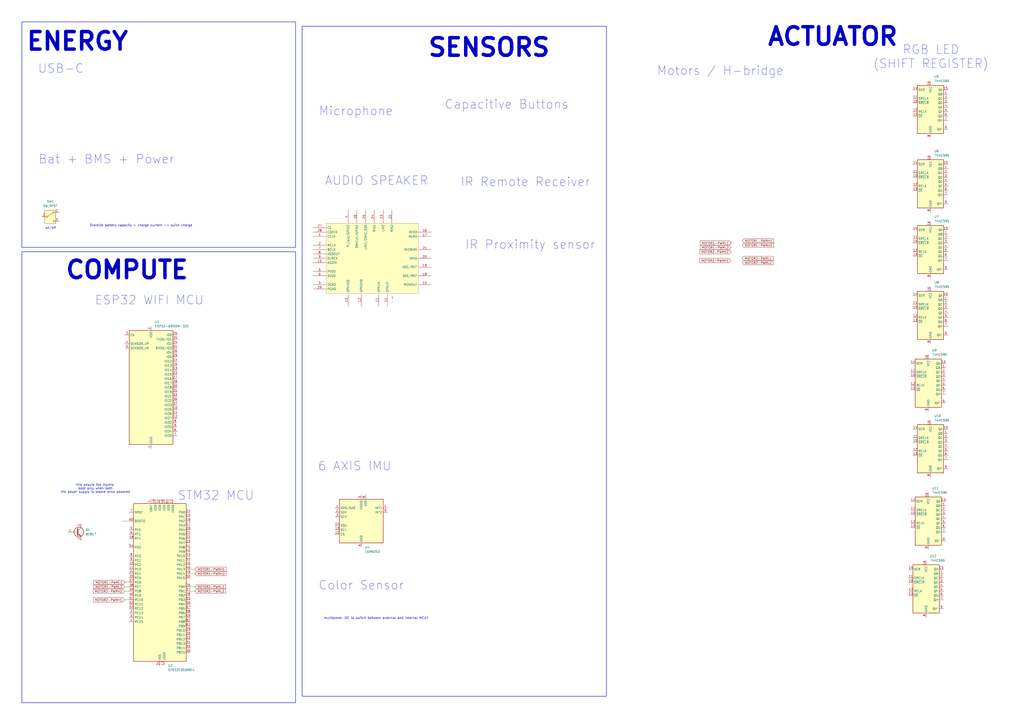
<source format=kicad_sch>
(kicad_sch (version 20250114) (generator "eeschema") (generator_version "9.0")
  (paper "A2")
  (lib_symbols
    (symbol "74xx:74HC595"
      (property "Reference" "U" (at -7.62 13.97 0))
      (property "Value" "74HC595" (at -7.62 -16.51 0))
      (symbol "74HC595_1_0"
        (pin input line (at -10.16 10.16 0) (length 2.54) (name "SER") (number "14"))
        (pin input line (at -10.16 5.08 0) (length 2.54) (name "SRCLK") (number "11"))
        (pin input line (at -10.16 2.54 0) (length 2.54) (name "~{SRCLR}") (number "10"))
        (pin input line (at -10.16 -2.54 0) (length 2.54) (name "RCLK") (number "12"))
        (pin input line (at -10.16 -5.08 0) (length 2.54) (name "~{OE}") (number "13"))
        (pin power_in line (at 0 15.24 270) (length 2.54) (name "VCC") (number "16"))
        (pin power_in line (at 0 -17.78 90) (length 2.54) (name "GND") (number "8"))
        (pin tri_state line (at 10.16 10.16 180) (length 2.54) (name "QA") (number "15"))
        (pin tri_state line (at 10.16 7.62 180) (length 2.54) (name "QB") (number "1"))
        (pin tri_state line (at 10.16 5.08 180) (length 2.54) (name "QC") (number "2"))
        (pin tri_state line (at 10.16 2.54 180) (length 2.54) (name "QD") (number "3"))
        (pin tri_state line (at 10.16 0 180) (length 2.54) (name "QE") (number "4"))
        (pin tri_state line (at 10.16 -2.54 180) (length 2.54) (name "QF") (number "5"))
        (pin tri_state line (at 10.16 -5.08 180) (length 2.54) (name "QG") (number "6"))
        (pin tri_state line (at 10.16 -7.62 180) (length 2.54) (name "QH") (number "7"))
        (pin output line (at 10.16 -12.7 180) (length 2.54) (name "QH'") (number "9"))
      )
      (symbol "74HC595_1_1"
        (rectangle (start -7.62 12.7) (end 7.62 -15.24) (stroke (width 0.254)) (fill (type background)))
      )
    )
    (symbol "MCU_ST_STM32F3:STM32F303RBTx"
      (property "Reference" "U" (at -15.24 46.99 0))
      (property "Value" "STM32F303RBTx" (at 10.16 46.99 0))
      (symbol "STM32F303RBTx_0_1"
        (rectangle (start -15.24 -45.72) (end 15.24 45.72) (stroke (width 0.254)) (fill (type background)))
      )
      (symbol "STM32F303RBTx_1_1"
        (pin input line (at -17.78 40.64 0) (length 2.54) (name "NRST") (number "7"))
        (pin input line (at -17.78 35.56 0) (length 2.54) (name "BOOT0") (number "60"))
        (pin bidirectional line (at -17.78 30.48 0) (length 2.54) (name "PF0") (number "5"))
        (pin bidirectional line (at -17.78 27.94 0) (length 2.54) (name "PF1") (number "6"))
        (pin bidirectional line (at -17.78 25.4 0) (length 2.54) (name "PF4") (number "18"))
        (pin bidirectional line (at -17.78 20.32 0) (length 2.54) (name "PD2") (number "54"))
        (pin bidirectional line (at -17.78 15.24 0) (length 2.54) (name "PC0") (number "8"))
        (pin bidirectional line (at -17.78 12.7 0) (length 2.54) (name "PC1") (number "9"))
        (pin bidirectional line (at -17.78 10.16 0) (length 2.54) (name "PC2") (number "10"))
        (pin bidirectional line (at -17.78 7.62 0) (length 2.54) (name "PC3") (number "11"))
        (pin bidirectional line (at -17.78 5.08 0) (length 2.54) (name "PC4") (number "24"))
        (pin bidirectional line (at -17.78 2.54 0) (length 2.54) (name "PC5") (number "25"))
        (pin bidirectional line (at -17.78 0 0) (length 2.54) (name "PC6") (number "37"))
        (pin bidirectional line (at -17.78 -2.54 0) (length 2.54) (name "PC7") (number "38"))
        (pin bidirectional line (at -17.78 -5.08 0) (length 2.54) (name "PC8") (number "39"))
        (pin bidirectional line (at -17.78 -7.62 0) (length 2.54) (name "PC9") (number "40"))
        (pin bidirectional line (at -17.78 -10.16 0) (length 2.54) (name "PC10") (number "51"))
        (pin bidirectional line (at -17.78 -12.7 0) (length 2.54) (name "PC11") (number "52"))
        (pin bidirectional line (at -17.78 -15.24 0) (length 2.54) (name "PC12") (number "53"))
        (pin bidirectional line (at -17.78 -17.78 0) (length 2.54) (name "PC13") (number "2"))
        (pin bidirectional line (at -17.78 -20.32 0) (length 2.54) (name "PC14") (number "3"))
        (pin bidirectional line (at -17.78 -22.86 0) (length 2.54) (name "PC15") (number "4"))
        (pin power_in line (at -5.08 48.26 270) (length 2.54) (name "VBAT") (number "1"))
        (pin power_in line (at -2.54 48.26 270) (length 2.54) (name "VDD") (number "19"))
        (pin power_in line (at 0 48.26 270) (length 2.54) (name "VDD") (number "32"))
        (pin power_in line (at 0 -48.26 90) (length 2.54) (name "VSS") (number "31"))
        (pin passive line (at 0 -48.26 90) (length 2.54) (hide yes) (name "VSS") (number "47"))
        (pin passive line (at 0 -48.26 90) (length 2.54) (hide yes) (name "VSS") (number "63"))
        (pin power_in line (at 2.54 48.26 270) (length 2.54) (name "VDD") (number "48"))
        (pin power_in line (at 2.54 -48.26 90) (length 2.54) (name "VSSA") (number "12"))
        (pin power_in line (at 5.08 48.26 270) (length 2.54) (name "VDD") (number "64"))
        (pin power_in line (at 7.62 48.26 270) (length 2.54) (name "VDDA") (number "13"))
        (pin bidirectional line (at 17.78 40.64 180) (length 2.54) (name "PA0") (number "14"))
        (pin bidirectional line (at 17.78 38.1 180) (length 2.54) (name "PA1") (number "15"))
        (pin bidirectional line (at 17.78 35.56 180) (length 2.54) (name "PA2") (number "16"))
        (pin bidirectional line (at 17.78 33.02 180) (length 2.54) (name "PA3") (number "17"))
        (pin bidirectional line (at 17.78 30.48 180) (length 2.54) (name "PA4") (number "20"))
        (pin bidirectional line (at 17.78 27.94 180) (length 2.54) (name "PA5") (number "21"))
        (pin bidirectional line (at 17.78 25.4 180) (length 2.54) (name "PA6") (number "22"))
        (pin bidirectional line (at 17.78 22.86 180) (length 2.54) (name "PA7") (number "23"))
        (pin bidirectional line (at 17.78 20.32 180) (length 2.54) (name "PA8") (number "41"))
        (pin bidirectional line (at 17.78 17.78 180) (length 2.54) (name "PA9") (number "42"))
        (pin bidirectional line (at 17.78 15.24 180) (length 2.54) (name "PA10") (number "43"))
        (pin bidirectional line (at 17.78 12.7 180) (length 2.54) (name "PA11") (number "44"))
        (pin bidirectional line (at 17.78 10.16 180) (length 2.54) (name "PA12") (number "45"))
        (pin bidirectional line (at 17.78 7.62 180) (length 2.54) (name "PA13") (number "46"))
        (pin bidirectional line (at 17.78 5.08 180) (length 2.54) (name "PA14") (number "49"))
        (pin bidirectional line (at 17.78 2.54 180) (length 2.54) (name "PA15") (number "50"))
        (pin bidirectional line (at 17.78 -2.54 180) (length 2.54) (name "PB0") (number "26"))
        (pin bidirectional line (at 17.78 -5.08 180) (length 2.54) (name "PB1") (number "27"))
        (pin bidirectional line (at 17.78 -7.62 180) (length 2.54) (name "PB2") (number "28"))
        (pin bidirectional line (at 17.78 -10.16 180) (length 2.54) (name "PB3") (number "55"))
        (pin bidirectional line (at 17.78 -12.7 180) (length 2.54) (name "PB4") (number "56"))
        (pin bidirectional line (at 17.78 -15.24 180) (length 2.54) (name "PB5") (number "57"))
        (pin bidirectional line (at 17.78 -17.78 180) (length 2.54) (name "PB6") (number "58"))
        (pin bidirectional line (at 17.78 -20.32 180) (length 2.54) (name "PB7") (number "59"))
        (pin bidirectional line (at 17.78 -22.86 180) (length 2.54) (name "PB8") (number "61"))
        (pin bidirectional line (at 17.78 -25.4 180) (length 2.54) (name "PB9") (number "62"))
        (pin bidirectional line (at 17.78 -27.94 180) (length 2.54) (name "PB10") (number "29"))
        (pin bidirectional line (at 17.78 -30.48 180) (length 2.54) (name "PB11") (number "30"))
        (pin bidirectional line (at 17.78 -33.02 180) (length 2.54) (name "PB12") (number "33"))
        (pin bidirectional line (at 17.78 -35.56 180) (length 2.54) (name "PB13") (number "34"))
        (pin bidirectional line (at 17.78 -38.1 180) (length 2.54) (name "PB14") (number "35"))
        (pin bidirectional line (at 17.78 -40.64 180) (length 2.54) (name "PB15") (number "36"))
      )
    )
    (symbol "RF_Module:ESP32-WROOM-32E"
      (property "Reference" "U" (at -12.7 34.29 0))
      (property "Value" "ESP32-WROOM-32E" (at 1.27 34.29 0))
      (symbol "ESP32-WROOM-32E_0_1"
        (rectangle (start -12.7 33.02) (end 12.7 -33.02) (stroke (width 0.254)) (fill (type background)))
      )
      (symbol "ESP32-WROOM-32E_1_1"
        (pin input line (at -15.24 30.48 0) (length 2.54) (name "EN") (number "3"))
        (pin input line (at -15.24 25.4 0) (length 2.54) (name "SENSOR_VP") (number "4"))
        (pin input line (at -15.24 22.86 0) (length 2.54) (name "SENSOR_VN") (number "5"))
        (pin no_connect line (at -12.7 0 0) (length 2.54) (hide yes) (name "NC") (number "21"))
        (pin no_connect line (at -12.7 -2.54 0) (length 2.54) (hide yes) (name "NC") (number "22"))
        (pin no_connect line (at -12.7 -5.08 0) (length 2.54) (hide yes) (name "NC") (number "17"))
        (pin no_connect line (at -12.7 -7.62 0) (length 2.54) (hide yes) (name "NC") (number "18"))
        (pin no_connect line (at -12.7 -10.16 0) (length 2.54) (hide yes) (name "NC") (number "20"))
        (pin no_connect line (at -12.7 -12.7 0) (length 2.54) (hide yes) (name "NC") (number "19"))
        (pin no_connect line (at -12.7 -27.94 0) (length 2.54) (hide yes) (name "NC") (number "32"))
        (pin power_in line (at 0 35.56 270) (length 2.54) (name "VDD") (number "2"))
        (pin power_in line (at 0 -35.56 90) (length 2.54) (name "GND") (number "1"))
        (pin passive line (at 0 -35.56 90) (length 2.54) (hide yes) (name "GND") (number "15"))
        (pin passive line (at 0 -35.56 90) (length 2.54) (hide yes) (name "GND") (number "38"))
        (pin passive line (at 0 -35.56 90) (length 2.54) (hide yes) (name "GND") (number "39"))
        (pin bidirectional line (at 15.24 30.48 180) (length 2.54) (name "IO0") (number "25"))
        (pin bidirectional line (at 15.24 27.94 180) (length 2.54) (name "TXD0/IO1") (number "35"))
        (pin bidirectional line (at 15.24 25.4 180) (length 2.54) (name "IO2") (number "24"))
        (pin bidirectional line (at 15.24 22.86 180) (length 2.54) (name "RXD0/IO3") (number "34"))
        (pin bidirectional line (at 15.24 20.32 180) (length 2.54) (name "IO4") (number "26"))
        (pin bidirectional line (at 15.24 17.78 180) (length 2.54) (name "IO5") (number "29"))
        (pin bidirectional line (at 15.24 15.24 180) (length 2.54) (name "IO12") (number "14"))
        (pin bidirectional line (at 15.24 12.7 180) (length 2.54) (name "IO13") (number "16"))
        (pin bidirectional line (at 15.24 10.16 180) (length 2.54) (name "IO14") (number "13"))
        (pin bidirectional line (at 15.24 7.62 180) (length 2.54) (name "IO15") (number "23"))
        (pin bidirectional line (at 15.24 5.08 180) (length 2.54) (name "IO16") (number "27"))
        (pin bidirectional line (at 15.24 2.54 180) (length 2.54) (name "IO17") (number "28"))
        (pin bidirectional line (at 15.24 0 180) (length 2.54) (name "IO18") (number "30"))
        (pin bidirectional line (at 15.24 -2.54 180) (length 2.54) (name "IO19") (number "31"))
        (pin bidirectional line (at 15.24 -5.08 180) (length 2.54) (name "IO21") (number "33"))
        (pin bidirectional line (at 15.24 -7.62 180) (length 2.54) (name "IO22") (number "36"))
        (pin bidirectional line (at 15.24 -10.16 180) (length 2.54) (name "IO23") (number "37"))
        (pin bidirectional line (at 15.24 -12.7 180) (length 2.54) (name "IO25") (number "10"))
        (pin bidirectional line (at 15.24 -15.24 180) (length 2.54) (name "IO26") (number "11"))
        (pin bidirectional line (at 15.24 -17.78 180) (length 2.54) (name "IO27") (number "12"))
        (pin bidirectional line (at 15.24 -20.32 180) (length 2.54) (name "IO32") (number "8"))
        (pin bidirectional line (at 15.24 -22.86 180) (length 2.54) (name "IO33") (number "9"))
        (pin input line (at 15.24 -25.4 180) (length 2.54) (name "IO34") (number "6"))
        (pin input line (at 15.24 -27.94 180) (length 2.54) (name "IO35") (number "7"))
      )
    )
    (symbol "Sensor_Motion:LSM6DS3"
      (property "Reference" "U" (at -11.43 15.24 0))
      (property "Value" "LSM6DS3" (at -11.43 12.7 0))
      (symbol "LSM6DS3_0_1"
        (rectangle (start -12.7 12.7) (end 12.7 -12.7) (stroke (width 0.254)) (fill (type background)))
      )
      (symbol "LSM6DS3_1_1"
        (pin bidirectional line (at -15.24 7.62 0) (length 2.54) (name "SDO/SA0") (number "1"))
        (pin bidirectional line (at -15.24 5.08 0) (length 2.54) (name "SDX") (number "2"))
        (pin input line (at -15.24 2.54 0) (length 2.54) (name "SCX") (number "3"))
        (pin bidirectional line (at -15.24 -2.54 0) (length 2.54) (name "SDA") (number "14"))
        (pin input line (at -15.24 -5.08 0) (length 2.54) (name "SCL") (number "13"))
        (pin input line (at -15.24 -7.62 0) (length 2.54) (name "CS") (number "12"))
        (pin power_in line (at 0 15.24 270) (length 2.54) (name "VDDIO") (number "5"))
        (pin power_in line (at 0 -15.24 90) (length 2.54) (name "GND") (number "6"))
        (pin passive line (at 0 -15.24 90) (length 2.54) (hide yes) (name "GND") (number "7"))
        (pin power_in line (at 2.54 15.24 270) (length 2.54) (name "VDD") (number "8"))
        (pin no_connect line (at 12.7 -2.54 180) (length 3.81) (hide yes) (name "NC") (number "11"))
        (pin no_connect line (at 12.7 -5.08 180) (length 3.81) (hide yes) (name "NC") (number "10"))
        (pin output line (at 15.24 7.62 180) (length 2.54) (name "INT1") (number "4"))
        (pin output line (at 15.24 5.08 180) (length 2.54) (name "INT2") (number "9"))
      )
    )
    (symbol "Sthymuli-motherboard-altium-import:Sound_0_ES8374_thymio3-base.SCHLIB"
      (symbol "Sound_0_ES8374_thymio3-base.SCHLIB_1_0"
        (rectangle (start 27.94 20.32) (end -25.4 -20.32) (stroke (width 0.0254) (color 128 0 0 1)) (fill (type background)))
        (pin input line (at -33.02 17.78 0) (length 7.62) (name "CE") (number "27"))
        (pin bidirectional line (at -33.02 15.24 0) (length 7.62) (name "CDATA") (number "28"))
        (pin input line (at -33.02 12.7 0) (length 7.62) (name "CCLK") (number "1"))
        (pin input line (at -33.02 7.62 0) (length 7.62) (name "MCLK") (number "2"))
        (pin bidirectional line (at -33.02 5.08 0) (length 7.62) (name "BCLK") (number "7"))
        (pin output line (at -33.02 2.54 0) (length 7.62) (name "ASDOUT") (number "8"))
        (pin bidirectional line (at -33.02 0 0) (length 7.62) (name "DLRCK") (number "9"))
        (pin input line (at -33.02 -2.54 0) (length 7.62) (name "ASDIN") (number "10"))
        (pin power_in line (at -33.02 -7.62 0) (length 7.62) (name "PVDD") (number "5"))
        (pin power_in line (at -33.02 -10.16 0) (length 7.62) (name "DVDD") (number "6"))
        (pin power_in line (at -33.02 -15.24 0) (length 7.62) (name "DGND") (number "3"))
        (pin power_in line (at -33.02 -17.78 0) (length 7.62) (name "PGND") (number "29"))
        (pin bidirectional line (at -12.7 27.94 270) (length 7.62) (name "PLLout/GPIO2") (number "4"))
        (pin power_in line (at -12.7 -27.94 90) (length 7.62) (name "SPKVDD") (number "13"))
        (pin bidirectional line (at -7.62 27.94 270) (length 7.62) (name "DMICLK/GPIO1") (number "26"))
        (pin power_in line (at -5.08 -27.94 90) (length 7.62) (name "SPKGND") (number "12"))
        (pin input line (at -2.54 27.94 270) (length 7.62) (name "LIN1/DMIC_SDA") (number "25"))
        (pin input line (at 2.54 27.94 270) (length 7.62) (name "RIN1") (number "24"))
        (pin output line (at 5.08 -27.94 90) (length 7.62) (name "SPKLN") (number "11"))
        (pin input line (at 7.62 27.94 270) (length 7.62) (name "LIN2") (number "23"))
        (pin output line (at 10.16 -27.94 90) (length 7.62) (name "SPKLP") (number "14"))
        (pin input line (at 12.7 27.94 270) (length 7.62) (name "RIN2") (number "22"))
        (pin power_in line (at 35.56 15.24 180) (length 7.62) (name "AVDD") (number "16"))
        (pin power_in line (at 35.56 12.7 180) (length 7.62) (name "AGND") (number "17"))
        (pin passive line (at 35.56 5.08 180) (length 7.62) (name "MICBIAS") (number "21"))
        (pin passive line (at 35.56 0 180) (length 7.62) (name "VMID") (number "20"))
        (pin passive line (at 35.56 -5.08 180) (length 7.62) (name "ADC/REF") (number "19"))
        (pin passive line (at 35.56 -10.16 180) (length 7.62) (name "DAC/REF") (number "18"))
        (pin output line (at 35.56 -15.24 180) (length 7.62) (name "MONOUT") (number "15"))
      )
    )
    (symbol "Switch:SW_SPDT" (pin_names (offset 0) (hide yes))
      (property "Reference" "SW" (at 0 5.08 0))
      (property "Value" "SW_SPDT" (at 0 -5.08 0))
      (symbol "SW_SPDT_0_1"
        (circle (center -2.032 0) (radius 0.4572))
        (polyline (pts (xy -1.651 0.254) (xy 1.651 2.286)))
        (circle (center 2.032 2.54) (radius 0.4572))
        (circle (center 2.032 -2.54) (radius 0.4572))
      )
      (symbol "SW_SPDT_1_1"
        (rectangle (start -3.175 3.81) (end 3.175 -3.81) (fill (type background)))
        (pin passive line (at -5.08 0 0) (length 2.54) (name "B") (number "2"))
        (pin passive line (at 5.08 2.54 180) (length 2.54) (name "A") (number "1"))
        (pin passive line (at 5.08 -2.54 180) (length 2.54) (name "C") (number "3"))
      )
    )
    (symbol "Transistor_BJT:BC817" (pin_names (offset 0) (hide yes))
      (property "Reference" "Q" (at 5.08 1.905 0))
      (property "Value" "BC817" (at 5.08 0 0))
      (symbol "BC817_0_1"
        (polyline (pts (xy -2.54 0) (xy 0.635 0)))
        (polyline (pts (xy 0.635 1.905) (xy 0.635 -1.905)) (stroke (width 0.508)))
        (circle (center 1.27 0) (radius 2.8194) (stroke (width 0.254)))
      )
      (symbol "BC817_1_1"
        (polyline (pts (xy 0.635 0.635) (xy 2.54 2.54)))
        (polyline (pts (xy 0.635 -0.635) (xy 2.54 -2.54)))
        (polyline (pts (xy 1.27 -1.778) (xy 1.778 -1.27) (xy 2.286 -2.286) (xy 1.27 -1.778)) (fill (type outline)))
        (pin input line (at -5.08 0 0) (length 2.54) (name "B") (number "1"))
        (pin passive line (at 2.54 5.08 270) (length 2.54) (name "C") (number "3"))
        (pin passive line (at 2.54 -5.08 90) (length 2.54) (name "E") (number "2"))
      )
    )
  )
  (rectangle (start 12.7 146.05) (end 171.45 407.67) (stroke (width 0.254)))
  (rectangle (start 175.26 15.24) (end 351.79 403.86) (stroke (width 0.254)))
  (rectangle (start 12.7 12.7) (end 171.45 143.51) (stroke (width 0.254)))
  (text "Motors / H-bridge" (at 417.83 41.148 0) (effects (font (size 5.08 5.08))))
  (text "ACTUATOR" (at 483.108 21.336 0) (effects (font (size 10.16 10.16) (thickness 2.032) (bold yes))))
  (text "ESP32 WIFI MCU" (at 86.614 174.244 0) (effects (font (size 5.08 5.08))))
  (text "AUDIO SPEAKER" (at 218.44 104.902 0) (effects (font (size 5.08 5.08))))
  (text "on/off" (at 29.464 132.334 0) (effects (font (size 1.27 1.27))))
  (text "USB-C" (at 35.306 39.878 0) (effects (font (size 5.08 5.08))))
  (text "IR Proximity sensor" (at 307.594 141.986 0) (effects (font (size 5.08 5.08))))
  (text "IR Remote Receiver" (at 304.8 105.664 0) (effects (font (size 5.08 5.08))))
  (text "Oversize battery capacity + charge current -> quick charge" (at 81.788 130.81 0) (effects (font (size 1.27 1.27))))
  (text "Microphone" (at 206.502 64.516 0) (effects (font (size 5.08 5.08))))
  (text "multiplexer I2C to switch between external and internal MCU?" (at 218.186 358.648 0) (effects (font (size 1.27 1.27))))
  (text "ENERGY" (at 44.958 24.13 0) (effects (font (size 10.16 10.16) (thickness 2.032) (bold yes))))
  (text "Bat + BMS + Power" (at 61.722 92.456 0) (effects (font (size 5.08 5.08))))
  (text "RGB LED\n(SHIFT REGISTER)" (at 540.004 33.02 0) (effects (font (size 5.08 5.08))))
  (text "STM32 MCU" (at 125.222 287.528 0) (effects (font (size 5.08 5.08))))
  (text "SENSORS" (at 283.718 27.686 0) (effects (font (size 10.16 10.16) (thickness 2.032) (bold yes))))
  (text "6 AXIS IMU" (at 205.74 270.51 0) (effects (font (size 5.08 5.08))))
  (text "Color Sensor" (at 209.55 339.598 0) (effects (font (size 5.08 5.08))))
  (text "Capacitive Buttons" (at 293.878 60.706 0) (effects (font (size 5.08 5.08))))
  (text "COMPUTE" (at 73.66 156.718 0) (effects (font (size 10.16 10.16) (thickness 2.032) (bold yes))))
  (text "This ensure the thymio \nboot only when both\nthe power supply is stable once powered" (at 55.372 283.464 0) (effects (font (size 1.27 1.27))))
  (wire (pts (xy 110.49 340.36) (xy 113.03 340.36)))
  (wire (pts (xy 110.49 330.2) (xy 113.03 330.2)))
  (wire (pts (xy 110.49 332.74) (xy 113.03 332.74)))
  (wire (pts (xy 71.12 302.26) (xy 74.93 302.26)))
  (wire (pts (xy 110.49 342.9) (xy 113.03 342.9)))
  (wire (pts (xy 72.39 347.98) (xy 74.93 347.98)))
  (wire (pts (xy 72.39 340.36) (xy 74.93 340.36)))
  (wire (pts (xy 72.39 342.9) (xy 74.93 342.9)))
  (wire (pts (xy 72.39 337.82) (xy 74.93 337.82)))
  (global_label "MOTOR1-PWML2" (shape input) (at 424.18 143.51 180) (property "Intersheetrefs" "${INTERSHEET_REFS}" (effects (hide yes))))
  (global_label "MOTOR1-PWML1" (shape input) (at 72.39 337.82 180) (property "Intersheetrefs" "${INTERSHEET_REFS}" (effects (hide yes))))
  (global_label "MOTOR2-PWML1" (shape input) (at 430.53 149.86 0) (property "Intersheetrefs" "${INTERSHEET_REFS}" (effects (hide yes))))
  (global_label "MOTOR1-PWMH1" (shape input) (at 430.53 139.7 0) (property "Intersheetrefs" "${INTERSHEET_REFS}" (effects (hide yes))))
  (global_label "MOTOR2-PWML1" (shape input) (at 113.03 340.36 0) (property "Intersheetrefs" "${INTERSHEET_REFS}" (effects (hide yes))))
  (global_label "MOTOR2-PWMH2" (shape input) (at 72.39 342.9 180) (property "Intersheetrefs" "${INTERSHEET_REFS}" (effects (hide yes))))
  (global_label "MOTOR1-PWMH1" (shape input) (at 113.03 330.2 0) (property "Intersheetrefs" "${INTERSHEET_REFS}" (effects (hide yes))))
  (global_label "MOTOR2-PWMH1" (shape input) (at 72.39 347.98 180) (property "Intersheetrefs" "${INTERSHEET_REFS}" (effects (hide yes))))
  (global_label "MOTOR1-PWML1" (shape input) (at 424.18 140.97 180) (property "Intersheetrefs" "${INTERSHEET_REFS}" (effects (hide yes))))
  (global_label "MOTOR2-PWML2" (shape input) (at 113.03 342.9 0) (property "Intersheetrefs" "${INTERSHEET_REFS}" (effects (hide yes))))
  (global_label "MOTOR1-PWML2" (shape input) (at 72.39 340.36 180) (property "Intersheetrefs" "${INTERSHEET_REFS}" (effects (hide yes))))
  (global_label "MOTOR1-PWMH2" (shape input) (at 430.53 142.24 0) (property "Intersheetrefs" "${INTERSHEET_REFS}" (effects (hide yes))))
  (global_label "MOTOR2-PWMH2" (shape input) (at 424.18 146.05 180) (property "Intersheetrefs" "${INTERSHEET_REFS}" (effects (hide yes))))
  (global_label "MOTOR1-PWMH2" (shape input) (at 113.03 332.74 0) (property "Intersheetrefs" "${INTERSHEET_REFS}" (effects (hide yes))))
  (global_label "MOTOR2-PWML2" (shape input) (at 430.53 152.4 0) (property "Intersheetrefs" "${INTERSHEET_REFS}" (effects (hide yes))))
  (global_label "MOTOR2-PWMH1" (shape input) (at 424.18 151.13 180) (property "Intersheetrefs" "${INTERSHEET_REFS}" (effects (hide yes))))
  (symbol (lib_id "Switch:SW_SPDT") (at 29.21 125.73 0) (unit 1)
    (property "Reference" "SW1" (at 29.21 116.84 0))
    (property "Value" "SW_SPDT" (at 29.21 119.38 0))
    (property "Description" "Switch, single pole double throw" (effects (hide yes)))
  )
  (symbol (lib_id "74xx:74HC595") (at 539.75 259.08 0) (unit 1)
    (property "Reference" "U10" (at 541.8933 241.3 0) (effects (justify left)))
    (property "Value" "74HC595" (at 541.8933 243.84 0) (effects (justify left)))
    (property "Datasheet" "http://www.ti.com/lit/ds/symlink/sn74hc595.pdf" (effects (hide yes)))
    (property "Description" "8-bit serial in/out Shift Register 3-State Outputs" (effects (hide yes)))
  )
  (symbol (lib_id "74xx:74HC595") (at 539.75 105.41 0) (unit 1)
    (property "Reference" "U6" (at 541.8933 87.63 0) (effects (justify left)))
    (property "Value" "74HC595" (at 541.8933 90.17 0) (effects (justify left)))
    (property "Datasheet" "http://www.ti.com/lit/ds/symlink/sn74hc595.pdf" (effects (hide yes)))
    (property "Description" "8-bit serial in/out Shift Register 3-State Outputs" (effects (hide yes)))
  )
  (symbol (lib_id "74xx:74HC595") (at 537.21 340.36 0) (unit 1)
    (property "Reference" "U12" (at 539.3533 322.58 0) (effects (justify left)))
    (property "Value" "74HC595" (at 539.3533 325.12 0) (effects (justify left)))
    (property "Datasheet" "http://www.ti.com/lit/ds/symlink/sn74hc595.pdf" (effects (hide yes)))
    (property "Description" "8-bit serial in/out Shift Register 3-State Outputs" (effects (hide yes)))
  )
  (symbol (lib_id "Sensor_Motion:LSM6DS3") (at 209.55 302.26 0) (unit 1)
    (property "Reference" "U4" (at 211.6933 317.5 0) (effects (justify left)))
    (property "Value" "LSM6DS3" (at 211.6933 320.04 0) (effects (justify left)))
    (property "Footprint" "Package_LGA:LGA-14_3x2.5mm_P0.5mm_LayoutBorder3x4y" (effects (hide yes)))
    (property "Datasheet" "https://www.st.com/resource/en/datasheet/lsm6ds3tr-c.pdf" (effects (hide yes)))
    (property "Description" "I2C/SPI, iNEMO inertial module: always-on 3D accelerometer and 3D gyroscope" (effects (hide yes)))
  )
  (symbol (lib_id "74xx:74HC595") (at 539.75 181.61 0) (unit 1)
    (property "Reference" "U8" (at 541.8933 163.83 0) (effects (justify left)))
    (property "Value" "74HC595" (at 541.8933 166.37 0) (effects (justify left)))
    (property "Datasheet" "http://www.ti.com/lit/ds/symlink/sn74hc595.pdf" (effects (hide yes)))
    (property "Description" "8-bit serial in/out Shift Register 3-State Outputs" (effects (hide yes)))
  )
  (symbol (lib_id "74xx:74HC595") (at 538.48 300.99 0) (unit 1)
    (property "Reference" "U11" (at 540.6233 283.21 0) (effects (justify left)))
    (property "Value" "74HC595" (at 540.6233 285.75 0) (effects (justify left)))
    (property "Datasheet" "http://www.ti.com/lit/ds/symlink/sn74hc595.pdf" (effects (hide yes)))
    (property "Description" "8-bit serial in/out Shift Register 3-State Outputs" (effects (hide yes)))
  )
  (symbol (lib_id "74xx:74HC595") (at 538.48 220.98 0) (unit 1)
    (property "Reference" "U9" (at 540.6233 203.2 0) (effects (justify left)))
    (property "Value" "74HC595" (at 540.6233 205.74 0) (effects (justify left)))
    (property "Datasheet" "http://www.ti.com/lit/ds/symlink/sn74hc595.pdf" (effects (hide yes)))
    (property "Description" "8-bit serial in/out Shift Register 3-State Outputs" (effects (hide yes)))
  )
  (symbol (lib_id "Sthymuli-motherboard-altium-import:Sound_0_ES8374_thymio3-base.SCHLIB") (at 214.63 149.86 0) (unit 1)
    (property "Reference" "1" (at 226.9333 172.72 0) (effects (justify left)))
    (property "Value" "~" (at 226.9333 175.26 0) (effects (justify left)))
    (property "Description" "Low Power Mono Audio CODEC" (effects (hide yes)))
  )
  (symbol (lib_id "MCU_ST_STM32F3:STM32F303RBTx") (at 92.71 337.82 0) (unit 1)
    (property "Reference" "U2" (at 97.3933 386.08 0) (effects (justify left)))
    (property "Value" "STM32F303RBTx" (at 97.3933 388.62 0) (effects (justify left)))
    (property "Footprint" "Package_QFP:LQFP-64_10x10mm_P0.5mm" (effects (hide yes)))
    (property "Datasheet" "https://www.st.com/resource/en/datasheet/stm32f303rb.pdf" (effects (hide yes)))
    (property "Description" "STMicroelectronics Arm Cortex-M4 MCU, 128KB flash, 40KB RAM, 72 MHz, 2.0-3.6V, 52 GPIO, LQFP64" (effects (hide yes)))
  )
  (symbol (lib_id "Transistor_BJT:BC817") (at 44.45 308.61 0) (unit 1)
    (property "Reference" "Q1" (at 49.53 307.3399 0) (effects (justify left)))
    (property "Value" "BC817" (at 49.53 309.8799 0) (effects (justify left)))
    (property "Footprint" "Package_TO_SOT_SMD:SOT-23" (effects (hide yes)))
    (property "Datasheet" "https://www.onsemi.com/pub/Collateral/BC818-D.pdf" (effects (hide yes)))
    (property "Description" "0.8A Ic, 45V Vce, NPN Transistor, SOT-23" (effects (hide yes)))
  )
  (symbol (lib_id "74xx:74HC595") (at 539.75 62.23 0) (unit 1)
    (property "Reference" "U5" (at 541.8933 44.45 0) (effects (justify left)))
    (property "Value" "74HC595" (at 541.8933 46.99 0) (effects (justify left)))
    (property "Datasheet" "http://www.ti.com/lit/ds/symlink/sn74hc595.pdf" (effects (hide yes)))
    (property "Description" "8-bit serial in/out Shift Register 3-State Outputs" (effects (hide yes)))
  )
  (symbol (lib_id "74xx:74HC595") (at 539.75 143.51 0) (unit 1)
    (property "Reference" "U7" (at 541.8933 125.73 0) (effects (justify left)))
    (property "Value" "74HC595" (at 541.8933 128.27 0) (effects (justify left)))
    (property "Datasheet" "http://www.ti.com/lit/ds/symlink/sn74hc595.pdf" (effects (hide yes)))
    (property "Description" "8-bit serial in/out Shift Register 3-State Outputs" (effects (hide yes)))
  )
  (symbol (lib_id "RF_Module:ESP32-WROOM-32E") (at 87.63 224.79 0) (unit 1)
    (property "Reference" "U1" (at 89.7733 186.69 0) (effects (justify left)))
    (property "Value" "ESP32-WROOM-32E" (at 89.7733 189.23 0) (effects (justify left)))
    (property "Footprint" "RF_Module:ESP32-WROOM-32D" (effects (hide yes)))
    (property "Datasheet" "https://www.espressif.com/sites/default/files/documentation/esp32-wroom-32e_esp32-wroom-32ue_datasheet_en.pdf" (effects (hide yes)))
    (property "Description" "RF Module, ESP32-D0WD-V3 SoC, without PSRAM, Wi-Fi 802.11b/g/n, Bluetooth, BLE, 32-bit, 2.7-3.6V, onboard antenna, SMD" (effects (hide yes)))
  )
)
</source>
